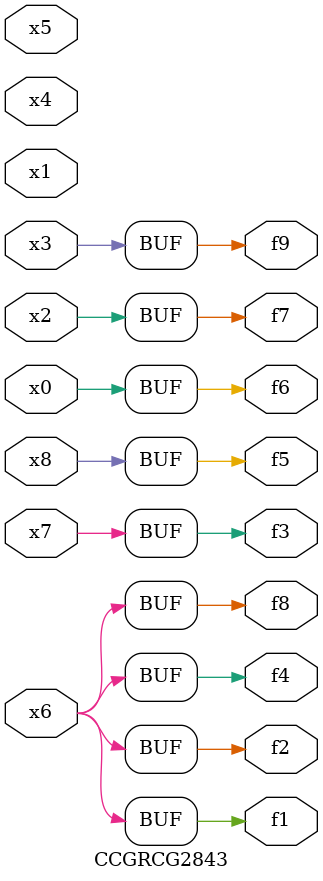
<source format=v>
module CCGRCG2843(
	input x0, x1, x2, x3, x4, x5, x6, x7, x8,
	output f1, f2, f3, f4, f5, f6, f7, f8, f9
);
	assign f1 = x6;
	assign f2 = x6;
	assign f3 = x7;
	assign f4 = x6;
	assign f5 = x8;
	assign f6 = x0;
	assign f7 = x2;
	assign f8 = x6;
	assign f9 = x3;
endmodule

</source>
